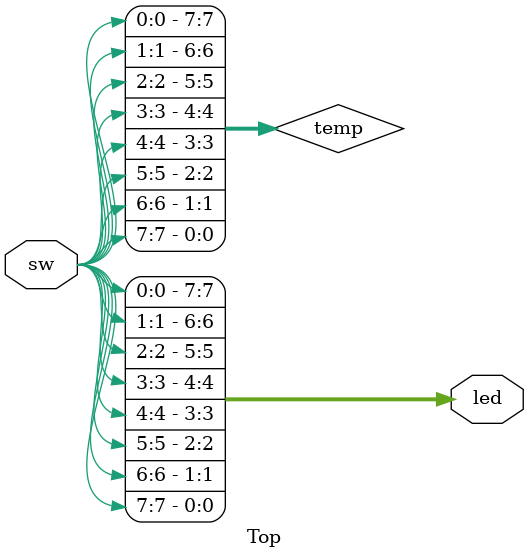
<source format=v>
`timescale 1ns / 1ps


module Top (
    input   [7:0]                       sw,
    output  [7:0]                       led
);
reg [7:0] temp;
// Write your codes here.
always @(*) begin
    temp[7] = sw[0];
    temp[6] = sw[1];
    temp[5] = sw[2];
    temp[4] = sw[3];
    temp[3] = sw[4];
    temp[2] = sw[5];
    temp[1] = sw[6];
    temp[0] = sw[7];
end

assign led=temp;

endmodule
</source>
